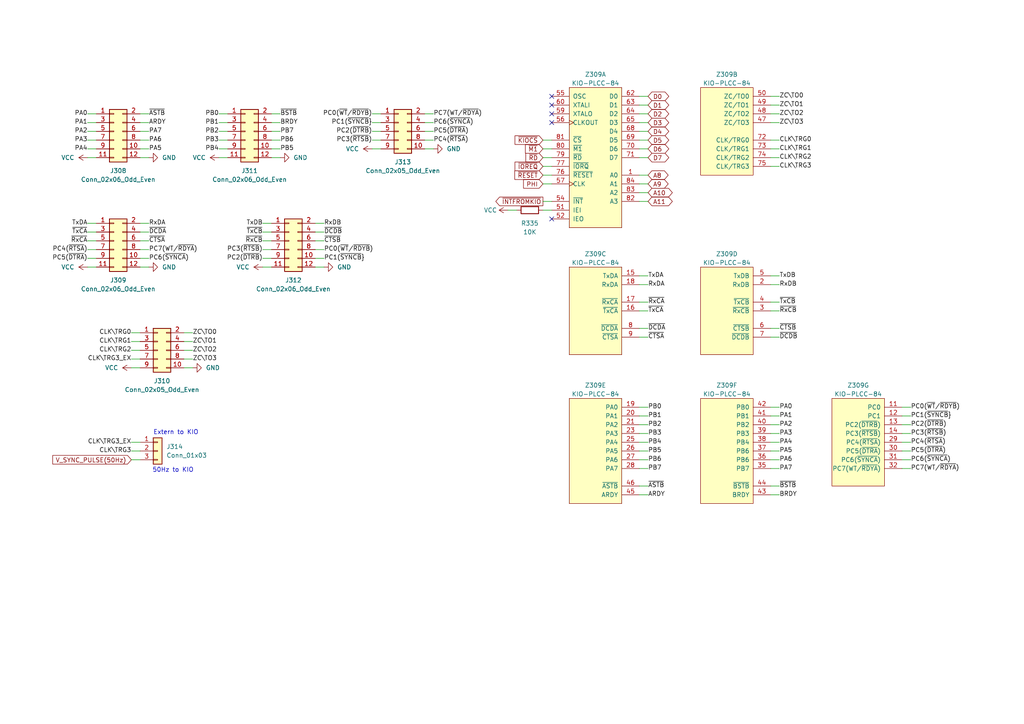
<source format=kicad_sch>
(kicad_sch (version 20231120) (generator "eeschema") (generator_version "8.0")
  (paper "A4")
  (title_block (title "JupiterAce Z80 plus KIO and new memory format.") (date "2023-02-09") (rev "${REVNUM}") (company "Ontobus") (comment 1 "John Bradley") (comment 2 "https://creativecommons.org/licenses/by-nc-sa/4.0/") (comment 3 "Attribution-NonCommercial-ShareAlike 4.0 International License.") (comment 4 "This work is licensed under a Creative Commons "))
  (lib_symbols
    (symbol "CPU_Zilog_Z80_Peripherals_Units:Z8490-KIO-PLCC-84-UNITS" (pin_names (offset 1.016))
      (property "Reference" "IC" (at -6.858 21.59 0))
      (property "Value" "Z8490-KIO-PLCC-84-UNITS" (at 10.16 22.86 0))
      (symbol "Z8490-KIO-PLCC-84-UNITS_1_1"
        (rectangle (start -7.62 20.32) (end 7.62 -20.32) (fill (type background)))
        (pin bidirectional line (at 12.7 -5.08 180) (length 5.08) (name "A0") (number "1"))
        (pin input line (at -12.7 -15.24 0) (length 5.08) (name "IEI") (number "51"))
        (pin output line (at -12.7 -17.78 0) (length 5.08) (name "IEO") (number "52"))
        (pin output line (at -12.7 -12.7 0) (length 5.08) (name "~{INT}") (number "54"))
        (pin output line (at -12.7 17.78 0) (length 5.08) (name "OSC") (number "55"))
        (pin output clock (at -12.7 10.16 0) (length 5.08) (name "CLKOUT") (number "56"))
        (pin input clock (at -12.7 -7.62 0) (length 5.08) (name "CLK") (number "57"))
        (pin output line (at -12.7 12.7 0) (length 5.08) (name "XTALO") (number "59"))
        (pin input line (at -12.7 15.24 0) (length 5.08) (name "XTALI") (number "60"))
        (pin bidirectional line (at 12.7 17.78 180) (length 5.08) (name "D0") (number "62"))
        (pin bidirectional line (at 12.7 15.24 180) (length 5.08) (name "D1") (number "63"))
        (pin bidirectional line (at 12.7 12.7 180) (length 5.08) (name "D2") (number "64"))
        (pin bidirectional line (at 12.7 10.16 180) (length 5.08) (name "D3") (number "65"))
        (pin bidirectional line (at 12.7 7.62 180) (length 5.08) (name "D4") (number "68"))
        (pin bidirectional line (at 12.7 5.08 180) (length 5.08) (name "D5") (number "69"))
        (pin bidirectional line (at 12.7 2.54 180) (length 5.08) (name "D6") (number "70"))
        (pin bidirectional line (at 12.7 0 180) (length 5.08) (name "D7") (number "71"))
        (pin input line (at -12.7 -5.08 0) (length 5.08) (name "~{RESET}") (number "76"))
        (pin input line (at -12.7 -2.54 0) (length 5.08) (name "~{IORQ}") (number "77"))
        (pin input line (at -12.7 0 0) (length 5.08) (name "~{RD}") (number "79"))
        (pin input line (at -12.7 2.54 0) (length 5.08) (name "~{M1}") (number "80"))
        (pin input line (at -12.7 5.08 0) (length 5.08) (name "~{CS}") (number "81"))
        (pin bidirectional line (at 12.7 -12.7 180) (length 5.08) (name "A3") (number "82"))
        (pin bidirectional line (at 12.7 -10.16 180) (length 5.08) (name "A2") (number "83"))
        (pin bidirectional line (at 12.7 -7.62 180) (length 5.08) (name "A1") (number "84"))
      )
      (symbol "Z8490-KIO-PLCC-84-UNITS_2_1"
        (rectangle (start -7.62 12.7) (end 7.62 -12.7) (fill (type background)))
        (pin output line (at 12.7 2.54 180) (length 5.08) (name "ZC/TO3") (number "47"))
        (pin output line (at 12.7 5.08 180) (length 5.08) (name "ZC/TO2") (number "48"))
        (pin output line (at 12.7 7.62 180) (length 5.08) (name "ZC/TO1") (number "49"))
        (pin output line (at 12.7 10.16 180) (length 5.08) (name "ZC/TO0") (number "50"))
        (pin input line (at 12.7 -2.54 180) (length 5.08) (name "CLK/TRG0") (number "72"))
        (pin input line (at 12.7 -5.08 180) (length 5.08) (name "CLK/TRG1") (number "73"))
        (pin input line (at 12.7 -7.62 180) (length 5.08) (name "CLK/TRG2") (number "74"))
        (pin input line (at 12.7 -10.16 180) (length 5.08) (name "CLK/TRG3") (number "75"))
      )
      (symbol "Z8490-KIO-PLCC-84-UNITS_3_1"
        (rectangle (start -7.62 12.7) (end 7.62 -12.7) (fill (type background)))
        (pin output line (at 12.7 10.16 180) (length 5.08) (name "TxDA") (number "15"))
        (pin input line (at 12.7 0 180) (length 5.08) (name "~{TxCA}") (number "16"))
        (pin input line (at 12.7 2.54 180) (length 5.08) (name "~{RxCA}") (number "17"))
        (pin input line (at 12.7 7.62 180) (length 5.08) (name "RxDA") (number "18"))
        (pin input line (at 12.7 -5.08 180) (length 5.08) (name "~{DCDA}") (number "8"))
        (pin input line (at 12.7 -7.62 180) (length 5.08) (name "~{CTSA}") (number "9"))
      )
      (symbol "Z8490-KIO-PLCC-84-UNITS_4_1"
        (rectangle (start -5.08 12.7) (end 10.16 -12.7) (fill (type background)))
        (pin input line (at 15.24 7.62 180) (length 5.08) (name "RxDB") (number "2"))
        (pin input line (at 15.24 0 180) (length 5.08) (name "~{RxCB}") (number "3"))
        (pin input line (at 15.24 2.54 180) (length 5.08) (name "~{TxCB}") (number "4"))
        (pin output line (at 15.24 10.16 180) (length 5.08) (name "TxDB") (number "5"))
        (pin input line (at 15.24 -5.08 180) (length 5.08) (name "~{CTSB}") (number "6"))
        (pin input line (at 15.24 -7.62 180) (length 5.08) (name "~{DCDB}") (number "7"))
      )
      (symbol "Z8490-KIO-PLCC-84-UNITS_5_1"
        (rectangle (start -10.16 15.24) (end 5.08 -15.24) (fill (type background)))
        (pin bidirectional line (at 10.16 12.7 180) (length 5.08) (name "PA0") (number "19"))
        (pin bidirectional line (at 10.16 10.16 180) (length 5.08) (name "PA1") (number "20"))
        (pin bidirectional line (at 10.16 7.62 180) (length 5.08) (name "PA2") (number "21"))
        (pin bidirectional line (at 10.16 5.08 180) (length 5.08) (name "PA3") (number "23"))
        (pin bidirectional line (at 10.16 2.54 180) (length 5.08) (name "PA4") (number "25"))
        (pin bidirectional line (at 10.16 0 180) (length 5.08) (name "PA5") (number "26"))
        (pin bidirectional line (at 10.16 -2.54 180) (length 5.08) (name "PA6") (number "27"))
        (pin bidirectional line (at 10.16 -5.08 180) (length 5.08) (name "PA7") (number "28"))
        (pin output line (at 10.16 -12.7 180) (length 5.08) (name "ARDY") (number "45"))
        (pin input line (at 10.16 -10.16 180) (length 5.08) (name "~{ASTB}") (number "46"))
      )
      (symbol "Z8490-KIO-PLCC-84-UNITS_6_1"
        (rectangle (start -7.62 12.7) (end 7.62 -17.78) (fill (type background)))
        (pin bidirectional line (at 12.7 -7.62 180) (length 5.08) (name "PB7") (number "35"))
        (pin bidirectional line (at 12.7 -5.08 180) (length 5.08) (name "PB6") (number "36"))
        (pin bidirectional line (at 12.7 -2.54 180) (length 5.08) (name "PB6") (number "37"))
        (pin bidirectional line (at 12.7 0 180) (length 5.08) (name "PB4") (number "38"))
        (pin bidirectional line (at 12.7 2.54 180) (length 5.08) (name "PB3") (number "39"))
        (pin bidirectional line (at 12.7 5.08 180) (length 5.08) (name "PB2") (number "40"))
        (pin bidirectional line (at 12.7 7.62 180) (length 5.08) (name "PB1") (number "41"))
        (pin bidirectional line (at 12.7 10.16 180) (length 5.08) (name "PB0") (number "42"))
        (pin output line (at 12.7 -15.24 180) (length 5.08) (name "BRDY") (number "43"))
        (pin input line (at 12.7 -12.7 180) (length 5.08) (name "~{BSTB}") (number "44"))
      )
      (symbol "Z8490-KIO-PLCC-84-UNITS_7_1"
        (rectangle (start -7.62 12.7) (end 7.62 -12.7) (fill (type background)))
        (pin bidirectional line (at 12.7 10.16 180) (length 5.08) (name "PC0") (number "11"))
        (pin bidirectional line (at 12.7 7.62 180) (length 5.08) (name "PC1") (number "12"))
        (pin bidirectional line (at 12.7 5.08 180) (length 5.08) (name "PC2(~{DTRB})") (number "13"))
        (pin bidirectional line (at 12.7 2.54 180) (length 5.08) (name "PC3(~{RTSB})") (number "14"))
        (pin bidirectional line (at 12.7 0 180) (length 5.08) (name "PC4(~{RTSA})") (number "29"))
        (pin bidirectional line (at 12.7 -2.54 180) (length 5.08) (name "PC5(~{DTRA})") (number "30"))
        (pin bidirectional line (at 12.7 -5.08 180) (length 5.08) (name "PC6(~{SYNCA})") (number "31"))
        (pin bidirectional line (at 12.7 -7.62 180) (length 5.08) (name "PC7(WT/~{RDYA})") (number "32"))
      )
      (symbol "Z8490-KIO-PLCC-84-UNITS_8_1"
        (rectangle (start -10.16 7.62) (end 10.16 -7.62) (fill (type background)))
        (pin power_in line (at -7.62 -12.7 90) (length 5.08) (name "GND") (number "10"))
        (pin power_in line (at -5.08 12.7 270) (length 5.08) (name "V_{CC}") (number "22"))
        (pin power_in line (at -5.08 -12.7 90) (length 5.08) (name "GND") (number "24"))
        (pin power_in line (at -2.54 -12.7 90) (length 5.08) (name "GND") (number "33"))
        (pin power_in line (at 2.54 -12.7 90) (length 5.08) (name "GND") (number "34"))
        (pin power_in line (at -2.54 12.7 270) (length 5.08) (name "V_{CC}") (number "53"))
        (pin power_in line (at 5.08 -12.7 90) (length 5.08) (name "GND") (number "58"))
        (pin power_in line (at 0 12.7 270) (length 5.08) (name "V_{CC}") (number "61"))
        (pin power_in line (at 2.54 12.7 270) (length 5.08) (name "V_{CC}") (number "66"))
        (pin power_in line (at 7.62 -12.7 90) (length 5.08) (name "GND") (number "67"))
        (pin power_in line (at 5.08 12.7 270) (length 5.08) (name "V_{CC}") (number "78"))
      )
    )
    (symbol "Connector_Generic:Conn_01x03" (pin_names (offset 1.016) hide)
      (property "Reference" "J" (at 0 5.08 0))
      (property "Value" "Conn_01x03" (at 0 -5.08 0))
      (symbol "Conn_01x03_1_1"
        (rectangle (start -1.27 -2.413) (end 0 -2.667) (stroke (width 0.1524)))
        (rectangle (start -1.27 0.127) (end 0 -0.127) (stroke (width 0.1524)))
        (rectangle (start -1.27 2.667) (end 0 2.413) (stroke (width 0.1524)))
        (rectangle (start -1.27 3.81) (end 1.27 -3.81) (stroke (width 0.254)) (fill (type background)))
        (pin passive line (at -5.08 2.54 0) (length 3.81) (name "Pin_1") (number "1"))
        (pin passive line (at -5.08 0 0) (length 3.81) (name "Pin_2") (number "2"))
        (pin passive line (at -5.08 -2.54 0) (length 3.81) (name "Pin_3") (number "3"))
      )
    )
    (symbol "Connector_Generic:Conn_02x05_Odd_Even" (pin_names (offset 1.016) hide)
      (property "Reference" "J" (at 1.27 7.62 0))
      (property "Value" "Conn_02x05_Odd_Even" (at 1.27 -7.62 0))
      (symbol "Conn_02x05_Odd_Even_1_1"
        (rectangle (start -1.27 -4.953) (end 0 -5.207) (stroke (width 0.1524)))
        (rectangle (start -1.27 -2.413) (end 0 -2.667) (stroke (width 0.1524)))
        (rectangle (start -1.27 0.127) (end 0 -0.127) (stroke (width 0.1524)))
        (rectangle (start -1.27 2.667) (end 0 2.413) (stroke (width 0.1524)))
        (rectangle (start -1.27 5.207) (end 0 4.953) (stroke (width 0.1524)))
        (rectangle (start -1.27 6.35) (end 3.81 -6.35) (stroke (width 0.254)) (fill (type background)))
        (rectangle (start 3.81 -4.953) (end 2.54 -5.207) (stroke (width 0.1524)))
        (rectangle (start 3.81 -2.413) (end 2.54 -2.667) (stroke (width 0.1524)))
        (rectangle (start 3.81 0.127) (end 2.54 -0.127) (stroke (width 0.1524)))
        (rectangle (start 3.81 2.667) (end 2.54 2.413) (stroke (width 0.1524)))
        (rectangle (start 3.81 5.207) (end 2.54 4.953) (stroke (width 0.1524)))
        (pin passive line (at -5.08 5.08 0) (length 3.81) (name "Pin_1") (number "1"))
        (pin passive line (at 7.62 -5.08 180) (length 3.81) (name "Pin_10") (number "10"))
        (pin passive line (at 7.62 5.08 180) (length 3.81) (name "Pin_2") (number "2"))
        (pin passive line (at -5.08 2.54 0) (length 3.81) (name "Pin_3") (number "3"))
        (pin passive line (at 7.62 2.54 180) (length 3.81) (name "Pin_4") (number "4"))
        (pin passive line (at -5.08 0 0) (length 3.81) (name "Pin_5") (number "5"))
        (pin passive line (at 7.62 0 180) (length 3.81) (name "Pin_6") (number "6"))
        (pin passive line (at -5.08 -2.54 0) (length 3.81) (name "Pin_7") (number "7"))
        (pin passive line (at 7.62 -2.54 180) (length 3.81) (name "Pin_8") (number "8"))
        (pin passive line (at -5.08 -5.08 0) (length 3.81) (name "Pin_9") (number "9"))
      )
    )
    (symbol "Connector_Generic:Conn_02x06_Odd_Even" (pin_names (offset 1.016) hide)
      (property "Reference" "J" (at 1.27 7.62 0))
      (property "Value" "Conn_02x06_Odd_Even" (at 1.27 -10.16 0))
      (symbol "Conn_02x06_Odd_Even_1_1"
        (rectangle (start -1.27 -7.493) (end 0 -7.747) (stroke (width 0.1524)))
        (rectangle (start -1.27 -4.953) (end 0 -5.207) (stroke (width 0.1524)))
        (rectangle (start -1.27 -2.413) (end 0 -2.667) (stroke (width 0.1524)))
        (rectangle (start -1.27 0.127) (end 0 -0.127) (stroke (width 0.1524)))
        (rectangle (start -1.27 2.667) (end 0 2.413) (stroke (width 0.1524)))
        (rectangle (start -1.27 5.207) (end 0 4.953) (stroke (width 0.1524)))
        (rectangle (start -1.27 6.35) (end 3.81 -8.89) (stroke (width 0.254)) (fill (type background)))
        (rectangle (start 3.81 -7.493) (end 2.54 -7.747) (stroke (width 0.1524)))
        (rectangle (start 3.81 -4.953) (end 2.54 -5.207) (stroke (width 0.1524)))
        (rectangle (start 3.81 -2.413) (end 2.54 -2.667) (stroke (width 0.1524)))
        (rectangle (start 3.81 0.127) (end 2.54 -0.127) (stroke (width 0.1524)))
        (rectangle (start 3.81 2.667) (end 2.54 2.413) (stroke (width 0.1524)))
        (rectangle (start 3.81 5.207) (end 2.54 4.953) (stroke (width 0.1524)))
        (pin passive line (at -5.08 5.08 0) (length 3.81) (name "Pin_1") (number "1"))
        (pin passive line (at 7.62 -5.08 180) (length 3.81) (name "Pin_10") (number "10"))
        (pin passive line (at -5.08 -7.62 0) (length 3.81) (name "Pin_11") (number "11"))
        (pin passive line (at 7.62 -7.62 180) (length 3.81) (name "Pin_12") (number "12"))
        (pin passive line (at 7.62 5.08 180) (length 3.81) (name "Pin_2") (number "2"))
        (pin passive line (at -5.08 2.54 0) (length 3.81) (name "Pin_3") (number "3"))
        (pin passive line (at 7.62 2.54 180) (length 3.81) (name "Pin_4") (number "4"))
        (pin passive line (at -5.08 0 0) (length 3.81) (name "Pin_5") (number "5"))
        (pin passive line (at 7.62 0 180) (length 3.81) (name "Pin_6") (number "6"))
        (pin passive line (at -5.08 -2.54 0) (length 3.81) (name "Pin_7") (number "7"))
        (pin passive line (at 7.62 -2.54 180) (length 3.81) (name "Pin_8") (number "8"))
        (pin passive line (at -5.08 -5.08 0) (length 3.81) (name "Pin_9") (number "9"))
      )
    )
    (symbol "Device:R" (pin_numbers hide) (pin_names (offset 0))
      (property "Reference" "R" (at 2.032 0 90))
      (property "Value" "R" (at 0 0 90))
      (symbol "R_0_1"
        (rectangle (start -1.016 -2.54) (end 1.016 2.54) (stroke (width 0.254)))
      )
      (symbol "R_1_1"
        (pin passive line (at 0 3.81 270) (length 1.27) (name "~") (number "1"))
        (pin passive line (at 0 -3.81 90) (length 1.27) (name "~") (number "2"))
      )
    )
    (symbol "power:GND" (power) (pin_names (offset 0))
      (property "Value" "GND" (at 0 -3.81 0))
      (symbol "GND_0_1"
        (polyline (pts (xy 0 0) (xy 0 -1.27) (xy 1.27 -1.27) (xy 0 -2.54) (xy -1.27 -1.27) (xy 0 -1.27)))
      )
      (symbol "GND_1_1"
        (pin power_in line (at 0 0 270) (length 0) hide (name "GND") (number "1"))
      )
    )
    (symbol "power:VCC" (power) (pin_names (offset 0))
      (property "Value" "VCC" (at 0 3.81 0))
      (symbol "VCC_0_1"
        (polyline (pts (xy -0.762 1.27) (xy 0 2.54)))
        (polyline (pts (xy 0 0) (xy 0 2.54)))
        (polyline (pts (xy 0 2.54) (xy 0.762 1.27)))
      )
      (symbol "VCC_1_1"
        (pin power_in line (at 0 0 90) (length 0) hide (name "VCC") (number "1"))
      )
    )
  )
  (no_connect (at 160.02 63.5))
  (no_connect (at 160.02 33.02))
  (no_connect (at 160.02 27.94))
  (no_connect (at 160.02 35.56))
  (no_connect (at 160.02 30.48))
  (wire (pts (xy 40.64 133.35) (xy 38.1 133.35)))
  (wire (pts (xy 185.42 80.01) (xy 187.96 80.01)))
  (wire (pts (xy 123.19 33.02) (xy 125.73 33.02)))
  (wire (pts (xy 91.44 69.85) (xy 93.98 69.85)))
  (wire (pts (xy 185.42 97.79) (xy 187.96 97.79)))
  (wire (pts (xy 78.74 45.72) (xy 81.28 45.72)))
  (wire (pts (xy 185.42 35.56) (xy 187.96 35.56)))
  (wire (pts (xy 185.42 33.02) (xy 187.96 33.02)))
  (wire (pts (xy 160.02 40.64) (xy 157.48 40.64)))
  (wire (pts (xy 123.19 38.1) (xy 125.73 38.1)))
  (wire (pts (xy 110.49 40.64) (xy 107.95 40.64)))
  (wire (pts (xy 223.52 128.27) (xy 226.06 128.27)))
  (wire (pts (xy 40.64 33.02) (xy 43.18 33.02)))
  (wire (pts (xy 226.06 48.26) (xy 223.52 48.26)))
  (wire (pts (xy 76.2 77.47) (xy 78.74 77.47)))
  (wire (pts (xy 185.42 40.64) (xy 187.96 40.64)))
  (wire (pts (xy 185.42 30.48) (xy 187.96 30.48)))
  (wire (pts (xy 78.74 69.85) (xy 76.2 69.85)))
  (wire (pts (xy 40.64 43.18) (xy 43.18 43.18)))
  (wire (pts (xy 38.1 106.68) (xy 40.64 106.68)))
  (wire (pts (xy 40.64 96.52) (xy 38.1 96.52)))
  (wire (pts (xy 110.49 35.56) (xy 107.95 35.56)))
  (wire (pts (xy 38.1 104.14) (xy 40.64 104.14)))
  (wire (pts (xy 40.64 64.77) (xy 43.18 64.77)))
  (wire (pts (xy 157.48 60.96) (xy 160.02 60.96)))
  (wire (pts (xy 223.52 123.19) (xy 226.06 123.19)))
  (wire (pts (xy 91.44 67.31) (xy 93.98 67.31)))
  (wire (pts (xy 123.19 35.56) (xy 125.73 35.56)))
  (wire (pts (xy 185.42 130.81) (xy 187.96 130.81)))
  (wire (pts (xy 66.04 38.1) (xy 63.5 38.1)))
  (wire (pts (xy 93.98 74.93) (xy 91.44 74.93)))
  (wire (pts (xy 185.42 43.18) (xy 187.96 43.18)))
  (wire (pts (xy 40.64 45.72) (xy 43.18 45.72)))
  (wire (pts (xy 160.02 43.18) (xy 157.48 43.18)))
  (wire (pts (xy 27.94 40.64) (xy 25.4 40.64)))
  (wire (pts (xy 40.64 67.31) (xy 43.18 67.31)))
  (wire (pts (xy 27.94 38.1) (xy 25.4 38.1)))
  (wire (pts (xy 185.42 27.94) (xy 187.96 27.94)))
  (wire (pts (xy 261.62 120.65) (xy 264.16 120.65)))
  (wire (pts (xy 160.02 58.42) (xy 157.48 58.42)))
  (wire (pts (xy 223.52 45.72) (xy 226.06 45.72)))
  (wire (pts (xy 261.62 135.89) (xy 264.16 135.89)))
  (wire (pts (xy 91.44 77.47) (xy 93.98 77.47)))
  (wire (pts (xy 223.52 130.81) (xy 226.06 130.81)))
  (wire (pts (xy 185.42 50.8) (xy 187.96 50.8)))
  (wire (pts (xy 160.02 45.72) (xy 157.48 45.72)))
  (wire (pts (xy 223.52 43.18) (xy 226.06 43.18)))
  (wire (pts (xy 40.64 77.47) (xy 43.18 77.47)))
  (wire (pts (xy 27.94 72.39) (xy 25.4 72.39)))
  (wire (pts (xy 185.42 140.97) (xy 187.96 140.97)))
  (wire (pts (xy 53.34 104.14) (xy 55.88 104.14)))
  (wire (pts (xy 40.64 128.27) (xy 38.1 128.27)))
  (wire (pts (xy 185.42 123.19) (xy 187.96 123.19)))
  (wire (pts (xy 223.52 120.65) (xy 226.06 120.65)))
  (wire (pts (xy 27.94 74.93) (xy 25.4 74.93)))
  (wire (pts (xy 27.94 35.56) (xy 25.4 35.56)))
  (wire (pts (xy 223.52 125.73) (xy 226.06 125.73)))
  (wire (pts (xy 261.62 125.73) (xy 264.16 125.73)))
  (wire (pts (xy 223.52 118.11) (xy 226.06 118.11)))
  (wire (pts (xy 53.34 106.68) (xy 55.88 106.68)))
  (wire (pts (xy 185.42 128.27) (xy 187.96 128.27)))
  (wire (pts (xy 27.94 67.31) (xy 25.4 67.31)))
  (wire (pts (xy 223.52 90.17) (xy 226.06 90.17)))
  (wire (pts (xy 40.64 38.1) (xy 43.18 38.1)))
  (wire (pts (xy 93.98 72.39) (xy 91.44 72.39)))
  (wire (pts (xy 110.49 38.1) (xy 107.95 38.1)))
  (wire (pts (xy 78.74 43.18) (xy 81.28 43.18)))
  (wire (pts (xy 185.42 143.51) (xy 187.96 143.51)))
  (wire (pts (xy 223.52 30.48) (xy 226.06 30.48)))
  (wire (pts (xy 40.64 35.56) (xy 43.18 35.56)))
  (wire (pts (xy 160.02 50.8) (xy 157.48 50.8)))
  (wire (pts (xy 40.64 101.6) (xy 38.1 101.6)))
  (wire (pts (xy 40.64 74.93) (xy 43.18 74.93)))
  (wire (pts (xy 25.4 77.47) (xy 27.94 77.47)))
  (wire (pts (xy 110.49 33.02) (xy 107.95 33.02)))
  (wire (pts (xy 187.96 55.88) (xy 185.42 55.88)))
  (wire (pts (xy 78.74 72.39) (xy 76.2 72.39)))
  (wire (pts (xy 40.64 40.64) (xy 43.18 40.64)))
  (wire (pts (xy 185.42 125.73) (xy 187.96 125.73)))
  (wire (pts (xy 223.52 33.02) (xy 226.06 33.02)))
  (wire (pts (xy 223.52 133.35) (xy 226.06 133.35)))
  (wire (pts (xy 78.74 74.93) (xy 76.2 74.93)))
  (wire (pts (xy 53.34 101.6) (xy 55.88 101.6)))
  (wire (pts (xy 185.42 45.72) (xy 187.96 45.72)))
  (wire (pts (xy 107.95 43.18) (xy 110.49 43.18)))
  (wire (pts (xy 63.5 45.72) (xy 66.04 45.72)))
  (wire (pts (xy 27.94 64.77) (xy 25.4 64.77)))
  (wire (pts (xy 223.52 80.01) (xy 226.06 80.01)))
  (wire (pts (xy 223.52 40.64) (xy 226.06 40.64)))
  (wire (pts (xy 261.62 130.81) (xy 264.16 130.81)))
  (wire (pts (xy 78.74 38.1) (xy 81.28 38.1)))
  (wire (pts (xy 123.19 43.18) (xy 125.73 43.18)))
  (wire (pts (xy 78.74 64.77) (xy 76.2 64.77)))
  (wire (pts (xy 185.42 90.17) (xy 187.96 90.17)))
  (wire (pts (xy 66.04 43.18) (xy 63.5 43.18)))
  (wire (pts (xy 40.64 130.81) (xy 38.1 130.81)))
  (wire (pts (xy 261.62 123.19) (xy 264.16 123.19)))
  (wire (pts (xy 185.42 58.42) (xy 187.96 58.42)))
  (wire (pts (xy 147.32 60.96) (xy 149.86 60.96)))
  (wire (pts (xy 78.74 35.56) (xy 81.28 35.56)))
  (wire (pts (xy 25.4 45.72) (xy 27.94 45.72)))
  (wire (pts (xy 185.42 38.1) (xy 187.96 38.1)))
  (wire (pts (xy 185.42 53.34) (xy 187.96 53.34)))
  (wire (pts (xy 223.52 97.79) (xy 226.06 97.79)))
  (wire (pts (xy 91.44 64.77) (xy 93.98 64.77)))
  (wire (pts (xy 185.42 82.55) (xy 187.96 82.55)))
  (wire (pts (xy 78.74 40.64) (xy 81.28 40.64)))
  (wire (pts (xy 78.74 67.31) (xy 76.2 67.31)))
  (wire (pts (xy 223.52 35.56) (xy 226.06 35.56)))
  (wire (pts (xy 66.04 33.02) (xy 63.5 33.02)))
  (wire (pts (xy 223.52 27.94) (xy 226.06 27.94)))
  (wire (pts (xy 40.64 99.06) (xy 38.1 99.06)))
  (wire (pts (xy 223.52 95.25) (xy 226.06 95.25)))
  (wire (pts (xy 261.62 133.35) (xy 264.16 133.35)))
  (wire (pts (xy 53.34 99.06) (xy 55.88 99.06)))
  (wire (pts (xy 223.52 143.51) (xy 226.06 143.51)))
  (wire (pts (xy 123.19 40.64) (xy 125.73 40.64)))
  (wire (pts (xy 185.42 87.63) (xy 187.96 87.63)))
  (wire (pts (xy 185.42 95.25) (xy 187.96 95.25)))
  (wire (pts (xy 226.06 87.63) (xy 223.52 87.63)))
  (wire (pts (xy 40.64 69.85) (xy 43.18 69.85)))
  (wire (pts (xy 223.52 82.55) (xy 226.06 82.55)))
  (wire (pts (xy 160.02 48.26) (xy 157.48 48.26)))
  (wire (pts (xy 185.42 135.89) (xy 187.96 135.89)))
  (wire (pts (xy 160.02 53.34) (xy 157.48 53.34)))
  (wire (pts (xy 185.42 120.65) (xy 187.96 120.65)))
  (wire (pts (xy 185.42 133.35) (xy 187.96 133.35)))
  (wire (pts (xy 40.64 72.39) (xy 43.18 72.39)))
  (wire (pts (xy 78.74 33.02) (xy 81.28 33.02)))
  (wire (pts (xy 66.04 35.56) (xy 63.5 35.56)))
  (wire (pts (xy 27.94 33.02) (xy 25.4 33.02)))
  (wire (pts (xy 53.34 96.52) (xy 55.88 96.52)))
  (wire (pts (xy 27.94 69.85) (xy 25.4 69.85)))
  (wire (pts (xy 185.42 118.11) (xy 187.96 118.11)))
  (wire (pts (xy 223.52 135.89) (xy 226.06 135.89)))
  (wire (pts (xy 223.52 140.97) (xy 226.06 140.97)))
  (wire (pts (xy 261.62 118.11) (xy 264.16 118.11)))
  (wire (pts (xy 66.04 40.64) (xy 63.5 40.64)))
  (wire (pts (xy 261.62 128.27) (xy 264.16 128.27)))
  (wire (pts (xy 27.94 43.18) (xy 25.4 43.18)))
  (text "50Hz to KIO" (at 44.196 137.16 0) (effects (font (size 1.27 1.27)) (justify left bottom)))
  (text "Extern to KIO" (at 44.45 126.238 0) (effects (font (size 1.27 1.27)) (justify left bottom)))
  (label "PC7(WT{slash}~{RDYA})" (at 125.73 33.02 0))
  (label "PA1" (at 226.06 120.65 0))
  (label "CLK\\TRG3" (at 226.06 48.26 0))
  (label "PA5" (at 43.18 43.18 0))
  (label "PC0(~{WT}{slash}~{RDYB})" (at 264.16 118.11 0))
  (label "~{CTSA}" (at 43.18 69.85 0))
  (label "ZC\\TO3" (at 226.06 35.56 0))
  (label "PB1" (at 187.96 120.65 0))
  (label "PB4" (at 187.96 128.27 0))
  (label "TxDB" (at 226.06 80.01 0))
  (label "~{TxCB}" (at 76.2 67.31 180))
  (label "CLK\\TRG0" (at 38.1 96.52 180))
  (label "PB7" (at 187.96 135.89 0))
  (label "PC4(~{RTSA})" (at 125.73 40.64 0))
  (label "PA6" (at 226.06 133.35 0))
  (label "CLK\\TRG3_EX" (at 38.1 104.14 180))
  (label "~{BSTB}" (at 226.06 140.97 0))
  (label "~{RxCA}" (at 187.96 87.63 0))
  (label "~{CTSB}" (at 93.98 69.85 0))
  (label "ZC\\TO2" (at 226.06 33.02 0))
  (label "PC7(WT{slash}~{RDYA})" (at 264.16 135.89 0))
  (label "PC7(WT{slash}~{RDYA})" (at 43.18 72.39 0))
  (label "PB6" (at 187.96 133.35 0))
  (label "PC4(~{RTSA})" (at 264.16 128.27 0))
  (label "CLK\\TRG1" (at 226.06 43.18 0))
  (label "~{CTSB}" (at 226.06 95.25 0))
  (label "PA5" (at 226.06 130.81 0))
  (label "PB2" (at 63.5 38.1 180))
  (label "PC3(~{RTSB})" (at 107.95 40.64 180))
  (label "ARDY" (at 187.96 143.51 0))
  (label "PC0(~{WT}{slash}~{RDYB})" (at 107.95 33.02 180))
  (label "~{RxCB}" (at 226.06 90.17 0))
  (label "PB0" (at 187.96 118.11 0))
  (label "PA3" (at 226.06 125.73 0))
  (label "CLK\\TRG0" (at 226.06 40.64 0))
  (label "PC5(~{DTRA})" (at 25.4 74.93 180))
  (label "PA4" (at 226.06 128.27 0))
  (label "PB3" (at 187.96 125.73 0))
  (label "~{TxCB}" (at 226.06 87.63 0))
  (label "PC6(~{SYNCA})" (at 125.73 35.56 0))
  (label "RxDA" (at 187.96 82.55 0))
  (label "~{DCDA}" (at 43.18 67.31 0))
  (label "~{ASTB}" (at 43.18 33.02 0))
  (label "CLK\\TRG2" (at 226.06 45.72 0))
  (label "PA1" (at 25.4 35.56 180))
  (label "~{ASTB}" (at 187.96 140.97 0))
  (label "PA6" (at 43.18 40.64 0))
  (label "~{BSTB}" (at 81.28 33.02 0))
  (label "PB6" (at 81.28 40.64 0))
  (label "RxDA" (at 43.18 64.77 0))
  (label "ARDY" (at 43.18 35.56 0))
  (label "PC4(~{RTSA})" (at 25.4 72.39 180))
  (label "PA4" (at 25.4 43.18 180))
  (label "~{RxCB}" (at 76.2 69.85 180))
  (label "PB0" (at 63.5 33.02 180))
  (label "ZC\\TO0" (at 55.88 96.52 0))
  (label "PA2" (at 25.4 38.1 180))
  (label "PA2" (at 226.06 123.19 0))
  (label "~{DCDB}" (at 93.98 67.31 0))
  (label "~{DCDB}" (at 226.06 97.79 0))
  (label "PC0(~{WT}{slash}~{RDYB})" (at 93.98 72.39 0))
  (label "TxDA" (at 187.96 80.01 0))
  (label "~{DCDA}" (at 187.96 95.25 0))
  (label "PA3" (at 25.4 40.64 180))
  (label "ZC\\TO1" (at 226.06 30.48 0))
  (label "TxDB" (at 76.2 64.77 180))
  (label "PC6(~{SYNCA})" (at 264.16 133.35 0))
  (label "ZC\\TO2" (at 55.88 101.6 0))
  (label "CLK\\TRG1" (at 38.1 99.06 180))
  (label "TxDA" (at 25.4 64.77 180))
  (label "PC2(~{DTRB})" (at 107.95 38.1 180))
  (label "ZC\\TO1" (at 55.88 99.06 0))
  (label "PB3" (at 63.5 40.64 180))
  (label "PC6(~{SYNCA})" (at 43.18 74.93 0))
  (label "PC1(~{SYNCB}}" (at 264.16 120.65 0))
  (label "PA0" (at 25.4 33.02 180))
  (label "PB5" (at 81.28 43.18 0))
  (label "PC1(~{SYNCB}}" (at 93.98 74.93 0))
  (label "~{TxCA}" (at 187.96 90.17 0))
  (label "RxDB" (at 93.98 64.77 0))
  (label "PC1(~{SYNCB}}" (at 107.95 35.56 180))
  (label "PC2(~{DTRB})" (at 76.2 74.93 180))
  (label "PC3(~{RTSB})" (at 76.2 72.39 180))
  (label "BRDY" (at 81.28 35.56 0))
  (label "PA0" (at 226.06 118.11 0))
  (label "CLK\\TRG3_EX" (at 38.1 128.27 180))
  (label "CLK\\TRG2" (at 38.1 101.6 180))
  (label "PB7" (at 81.28 38.1 0))
  (label "~{RxCA}" (at 25.4 69.85 180))
  (label "RxDB" (at 226.06 82.55 0))
  (label "PB1" (at 63.5 35.56 180))
  (label "~{TxCA}" (at 25.4 67.31 180))
  (label "CLK\\TRG3" (at 38.1 130.81 180))
  (label "ZC\\TO0" (at 226.06 27.94 0))
  (label "BRDY" (at 226.06 143.51 0))
  (label "PC5(~{DTRA})" (at 264.16 130.81 0))
  (label "PA7" (at 43.18 38.1 0))
  (label "PC2(~{DTRB})" (at 264.16 123.19 0))
  (label "PB2" (at 187.96 123.19 0))
  (label "PA7" (at 226.06 135.89 0))
  (label "PC5(~{DTRA})" (at 125.73 38.1 0))
  (label "PC3(~{RTSB})" (at 264.16 125.73 0))
  (label "PB4" (at 63.5 43.18 180))
  (label "~{CTSA}" (at 187.96 97.79 0))
  (label "ZC\\TO3" (at 55.88 104.14 0))
  (label "PB5" (at 187.96 130.81 0))
  (global_label "~{INTFROMKIO}" (shape output) (at 157.48 58.42 180) (property "Intersheetrefs" "${INTERSHEET_REFS}" (at 143.9797 58.42 0) (effects (justify right))))
  (global_label "~{KIOCS}" (shape input) (at 157.48 40.64 180) (property "Intersheetrefs" "${INTERSHEET_REFS}" (at 149.5436 40.64 0) (effects (justify right))))
  (global_label "A9" (shape bidirectional) (at 187.96 53.34 0) (property "Intersheetrefs" "${INTERSHEET_REFS}" (at 193.4622 53.34 0) (effects (justify left))))
  (global_label "~{RESET}" (shape input) (at 157.48 50.8 180) (property "Intersheetrefs" "${INTERSHEET_REFS}" (at 149.4833 50.8 0) (effects (justify right))))
  (global_label "D4" (shape bidirectional) (at 187.96 38.1 0) (property "Intersheetrefs" "${INTERSHEET_REFS}" (at 192.7637 38.1794 0) (effects (justify left))))
  (global_label "~{M1}" (shape input) (at 157.48 43.18 180) (property "Intersheetrefs" "${INTERSHEET_REFS}" (at 152.5675 43.18 0) (effects (justify right))))
  (global_label "D3" (shape bidirectional) (at 187.96 35.56 0) (property "Intersheetrefs" "${INTERSHEET_REFS}" (at 192.7637 35.6394 0) (effects (justify left))))
  (global_label "D0" (shape bidirectional) (at 187.96 27.94 0) (property "Intersheetrefs" "${INTERSHEET_REFS}" (at 192.7637 28.0194 0) (effects (justify left))))
  (global_label "V_SYNC_PULSE(50Hz)" (shape input) (at 38.1 133.35 180) (property "Intersheetrefs" "${INTERSHEET_REFS}" (at 15.3953 133.2706 0) (effects (justify right))))
  (global_label "A10" (shape bidirectional) (at 187.96 55.88 0) (property "Intersheetrefs" "${INTERSHEET_REFS}" (at 194.6717 55.88 0) (effects (justify left))))
  (global_label "D5" (shape bidirectional) (at 187.96 40.64 0) (property "Intersheetrefs" "${INTERSHEET_REFS}" (at 192.7637 40.7194 0) (effects (justify left))))
  (global_label "D7" (shape bidirectional) (at 187.96 45.72 0) (property "Intersheetrefs" "${INTERSHEET_REFS}" (at 192.7637 45.7994 0) (effects (justify left))))
  (global_label "A8" (shape bidirectional) (at 187.96 50.8 0) (property "Intersheetrefs" "${INTERSHEET_REFS}" (at 193.4622 50.8 0) (effects (justify left))))
  (global_label "D6" (shape bidirectional) (at 187.96 43.18 0) (property "Intersheetrefs" "${INTERSHEET_REFS}" (at 192.7637 43.2594 0) (effects (justify left))))
  (global_label "A11" (shape bidirectional) (at 187.96 58.42 0) (property "Intersheetrefs" "${INTERSHEET_REFS}" (at 194.6717 58.42 0) (effects (justify left))))
  (global_label "D1" (shape bidirectional) (at 187.96 30.48 0) (property "Intersheetrefs" "${INTERSHEET_REFS}" (at 192.7637 30.5594 0) (effects (justify left))))
  (global_label "~{IOREQ}" (shape input) (at 157.48 48.26 180) (property "Intersheetrefs" "${INTERSHEET_REFS}" (at 149.5436 48.26 0) (effects (justify right))))
  (global_label "PHI" (shape input) (at 157.48 53.34 180) (property "Intersheetrefs" "${INTERSHEET_REFS}" (at 152.0231 53.34 0) (effects (justify right))))
  (global_label "~{RD}" (shape input) (at 157.48 45.72 180) (property "Intersheetrefs" "${INTERSHEET_REFS}" (at 152.6884 45.72 0) (effects (justify right))))
  (global_label "D2" (shape bidirectional) (at 187.96 33.02 0) (property "Intersheetrefs" "${INTERSHEET_REFS}" (at 192.7637 33.0994 0) (effects (justify left))))
  (symbol (lib_id "Connector_Generic:Conn_02x06_Odd_Even") (at 33.02 38.1 0) (unit 1)
    (property "Reference" "J308" (at 34.29 49.53 0))
    (property "Value" "Conn_02x06_Odd_Even" (at 34.29 52.07 0))
    (property "Footprint" "Connector_PinHeader_2.54mm:PinHeader_2x06_P2.54mm_Vertical" (effects (hide yes)))
  )
  (symbol (lib_id "Connector_Generic:Conn_02x06_Odd_Even") (at 71.12 38.1 0) (unit 1)
    (property "Reference" "J311" (at 72.39 49.53 0))
    (property "Value" "Conn_02x06_Odd_Even" (at 72.39 52.07 0))
    (property "Footprint" "Connector_PinHeader_2.54mm:PinHeader_2x06_P2.54mm_Vertical" (effects (hide yes)))
  )
  (symbol (lib_id "power:VCC") (at 38.1 106.68 90) (unit 1)
    (property "Reference" "#~PWR0315" (effects (hide yes)))
    (property "Value" "VCC" (at 34.29 106.6799 90) (effects (justify left)))
  )
  (symbol (lib_id "power:GND") (at 55.88 106.68 90) (unit 1)
    (property "Reference" "#~PWR0318" (effects (hide yes)))
    (property "Value" "GND" (at 59.69 106.6799 90) (effects (justify right)))
  )
  (symbol (lib_id "power:GND") (at 43.18 45.72 90) (unit 1)
    (property "Reference" "#~PWR0316" (effects (hide yes)))
    (property "Value" "GND" (at 46.99 45.7199 90) (effects (justify right)))
  )
  (symbol (lib_id "power:VCC") (at 25.4 45.72 90) (unit 1)
    (property "Reference" "#~PWR0313" (effects (hide yes)))
    (property "Value" "VCC" (at 21.59 45.7199 90) (effects (justify left)))
  )
  (symbol (lib_id "power:GND") (at 81.28 45.72 90) (unit 1)
    (property "Reference" "#~PWR0321" (effects (hide yes)))
    (property "Value" "GND" (at 85.09 45.7199 90) (effects (justify right)))
  )
  (symbol (lib_id "power:VCC") (at 63.5 45.72 90) (unit 1)
    (property "Reference" "#~PWR0319" (effects (hide yes)))
    (property "Value" "VCC" (at 59.69 45.7199 90) (effects (justify left)))
  )
  (symbol (lib_id "power:GND") (at 125.73 43.18 90) (unit 1)
    (property "Reference" "#~PWR0324" (effects (hide yes)))
    (property "Value" "GND" (at 129.54 43.1799 90) (effects (justify right)))
  )
  (symbol (lib_id "power:VCC") (at 107.95 43.18 90) (unit 1)
    (property "Reference" "#~PWR0323" (effects (hide yes)))
    (property "Value" "VCC" (at 104.14 43.1799 90) (effects (justify left)))
  )
  (symbol (lib_id "power:GND") (at 43.18 77.47 90) (unit 1)
    (property "Reference" "#~PWR0317" (effects (hide yes)))
    (property "Value" "GND" (at 46.99 77.4699 90) (effects (justify right)))
  )
  (symbol (lib_id "power:VCC") (at 25.4 77.47 90) (unit 1)
    (property "Reference" "#~PWR0314" (effects (hide yes)))
    (property "Value" "VCC" (at 21.59 77.4699 90) (effects (justify left)))
  )
  (symbol (lib_id "power:GND") (at 93.98 77.47 90) (unit 1)
    (property "Reference" "#~PWR0322" (effects (hide yes)))
    (property "Value" "GND" (at 97.79 77.4699 90) (effects (justify right)))
  )
  (symbol (lib_id "power:VCC") (at 76.2 77.47 90) (unit 1)
    (property "Reference" "#~PWR0320" (effects (hide yes)))
    (property "Value" "VCC" (at 72.39 77.4699 90) (effects (justify left)))
  )
  (symbol (lib_id "Connector_Generic:Conn_02x05_Odd_Even") (at 115.57 38.1 0) (unit 1)
    (property "Reference" "J313" (at 116.84 46.99 0))
    (property "Value" "Conn_02x05_Odd_Even" (at 116.84 49.53 0))
    (property "Footprint" "Connector_PinHeader_2.54mm:PinHeader_2x05_P2.54mm_Vertical" (effects (hide yes)))
  )
  (symbol (lib_id "Connector_Generic:Conn_02x06_Odd_Even") (at 33.02 69.85 0) (unit 1)
    (property "Reference" "J309" (at 34.29 81.28 0))
    (property "Value" "Conn_02x06_Odd_Even" (at 34.29 83.82 0))
    (property "Footprint" "Connector_PinHeader_2.54mm:PinHeader_2x06_P2.54mm_Vertical" (effects (hide yes)))
  )
  (symbol (lib_id "Connector_Generic:Conn_02x06_Odd_Even") (at 83.82 69.85 0) (unit 1)
    (property "Reference" "J312" (at 85.09 81.28 0))
    (property "Value" "Conn_02x06_Odd_Even" (at 85.09 83.82 0))
    (property "Footprint" "Connector_PinHeader_2.54mm:PinHeader_2x06_P2.54mm_Vertical" (effects (hide yes)))
  )
  (symbol (lib_id "Connector_Generic:Conn_02x05_Odd_Even") (at 45.72 101.6 0) (unit 1)
    (property "Reference" "J310" (at 46.99 110.49 0))
    (property "Value" "Conn_02x05_Odd_Even" (at 46.99 113.03 0))
    (property "Footprint" "Connector_PinHeader_2.54mm:PinHeader_2x05_P2.54mm_Vertical" (effects (hide yes)))
  )
  (symbol (lib_id "CPU_Zilog_Z80_Peripherals_Units:Z8490-KIO-PLCC-84-UNITS") (at 210.82 38.1 0) (unit 2)
    (property "Reference" "Z309" (at 210.82 21.59 0))
    (property "Value" "KIO-PLCC-84" (at 210.82 24.13 0))
    (property "Footprint" "ExtraFootprints:PLCC-84_THT-Socket" (effects (hide yes)))
    (property "Datasheet" "https://www.zilog.com/docs/z80/ps0118.pdf" (effects (hide yes)))
    (property "Model" "Z84C90" (effects (hide yes)))
  )
  (symbol (lib_id "power:VCC") (at 147.32 60.96 90) (unit 1)
    (property "Reference" "#0306" (effects (hide yes)))
    (property "Value" "VCC" (at 142.24 60.96 90))
  )
  (symbol (lib_id "Connector_Generic:Conn_01x03") (at 45.72 130.81 0) (unit 1)
    (property "Reference" "J314" (at 48.26 129.5399 0) (effects (justify left)))
    (property "Value" "Conn_01x03" (at 48.26 132.0799 0) (effects (justify left)))
    (property "Footprint" "Connector_PinHeader_2.54mm:PinHeader_1x03_P2.54mm_Vertical" (effects (hide yes)))
  )
  (symbol (lib_id "Device:R") (at 153.67 60.96 270) (unit 1)
    (property "Reference" "R335" (at 153.67 64.77 90))
    (property "Value" "10K" (at 153.67 67.31 90))
    (property "Footprint" "Resistor_THT:R_Axial_DIN0204_L3.6mm_D1.6mm_P1.90mm_Vertical" (effects (hide yes)))
  )
  (symbol (lib_id "CPU_Zilog_Z80_Peripherals_Units:Z8490-KIO-PLCC-84-UNITS") (at 172.72 90.17 0) (unit 3)
    (property "Reference" "Z309" (at 172.72 73.66 0))
    (property "Value" "KIO-PLCC-84" (at 172.72 76.2 0))
    (property "Footprint" "ExtraFootprints:PLCC-84_THT-Socket" (effects (hide yes)))
    (property "Datasheet" "https://www.zilog.com/docs/z80/ps0118.pdf" (effects (hide yes)))
    (property "Model" "Z84C90" (effects (hide yes)))
  )
  (symbol (lib_id "CPU_Zilog_Z80_Peripherals_Units:Z8490-KIO-PLCC-84-UNITS") (at 172.72 45.72 0) (unit 1)
    (property "Reference" "Z309" (at 172.72 21.59 0))
    (property "Value" "KIO-PLCC-84" (at 172.72 24.13 0))
    (property "Footprint" "ExtraFootprints:PLCC-84_THT-Socket" (effects (hide yes)))
    (property "Datasheet" "https://www.zilog.com/docs/z80/ps0118.pdf" (effects (hide yes)))
    (property "Model" "Z84C90" (effects (hide yes)))
  )
  (symbol (lib_id "CPU_Zilog_Z80_Peripherals_Units:Z8490-KIO-PLCC-84-UNITS") (at 175.26 130.81 0) (unit 5)
    (property "Reference" "Z309" (at 172.72 111.76 0))
    (property "Value" "KIO-PLCC-84" (at 172.72 114.3 0))
    (property "Footprint" "ExtraFootprints:PLCC-84_THT-Socket" (effects (hide yes)))
    (property "Datasheet" "https://www.zilog.com/docs/z80/ps0118.pdf" (effects (hide yes)))
    (property "Model" "Z84C90" (effects (hide yes)))
  )
  (symbol (lib_id "CPU_Zilog_Z80_Peripherals_Units:Z8490-KIO-PLCC-84-UNITS") (at 210.82 128.27 0) (unit 6)
    (property "Reference" "Z309" (at 210.82 111.76 0))
    (property "Value" "KIO-PLCC-84" (at 210.82 114.3 0))
    (property "Footprint" "ExtraFootprints:PLCC-84_THT-Socket" (effects (hide yes)))
    (property "Datasheet" "https://www.zilog.com/docs/z80/ps0118.pdf" (effects (hide yes)))
    (property "Model" "Z84C90" (effects (hide yes)))
  )
  (symbol (lib_id "CPU_Zilog_Z80_Peripherals_Units:Z8490-KIO-PLCC-84-UNITS") (at 248.92 128.27 0) (unit 7)
    (property "Reference" "Z309" (at 248.92 111.76 0))
    (property "Value" "KIO-PLCC-84" (at 248.92 114.3 0))
    (property "Footprint" "ExtraFootprints:PLCC-84_THT-Socket" (effects (hide yes)))
    (property "Datasheet" "https://www.zilog.com/docs/z80/ps0118.pdf" (effects (hide yes)))
    (property "Model" "Z84C90" (effects (hide yes)))
  )
  (symbol (lib_id "CPU_Zilog_Z80_Peripherals_Units:Z8490-KIO-PLCC-84-UNITS") (at 208.28 90.17 0) (unit 4)
    (property "Reference" "Z309" (at 210.82 73.66 0))
    (property "Value" "KIO-PLCC-84" (at 210.82 76.2 0))
    (property "Footprint" "ExtraFootprints:PLCC-84_THT-Socket" (effects (hide yes)))
    (property "Datasheet" "https://www.zilog.com/docs/z80/ps0118.pdf" (effects (hide yes)))
    (property "Model" "Z84C90" (effects (hide yes)))
  )
)
</source>
